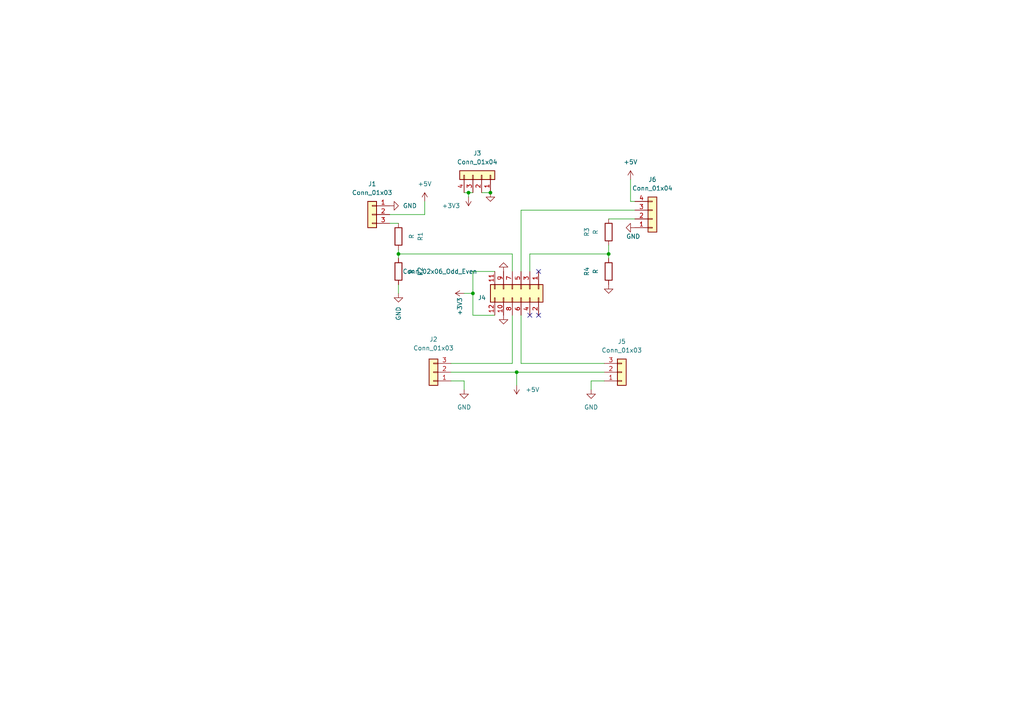
<source format=kicad_sch>
(kicad_sch (version 20211123) (generator eeschema)
  (paper "A4")
  (lib_symbols
    (symbol "Connector_Generic:Conn_01x03" (pin_names (offset 1.016) hide)
      (property "Reference" "J" (at 0 5.08 0))
      (property "Value" "Conn_01x03" (at 0 -5.08 0))
      (symbol "Conn_01x03_1_1"
        (rectangle (start -1.27 -2.413) (end 0 -2.667) (stroke (width 0.1524)))
        (rectangle (start -1.27 0.127) (end 0 -0.127) (stroke (width 0.1524)))
        (rectangle (start -1.27 2.667) (end 0 2.413) (stroke (width 0.1524)))
        (rectangle (start -1.27 3.81) (end 1.27 -3.81) (stroke (width 0.254)) (fill (type background)))
        (pin passive line (at -5.08 2.54 0) (length 3.81) (name "Pin_1") (number "1"))
        (pin passive line (at -5.08 0 0) (length 3.81) (name "Pin_2") (number "2"))
        (pin passive line (at -5.08 -2.54 0) (length 3.81) (name "Pin_3") (number "3"))
      )
    )
    (symbol "Connector_Generic:Conn_01x04" (pin_names (offset 1.016) hide)
      (property "Reference" "J" (at 0 5.08 0))
      (property "Value" "Conn_01x04" (at 0 -7.62 0))
      (symbol "Conn_01x04_1_1"
        (rectangle (start -1.27 -4.953) (end 0 -5.207) (stroke (width 0.1524)))
        (rectangle (start -1.27 -2.413) (end 0 -2.667) (stroke (width 0.1524)))
        (rectangle (start -1.27 0.127) (end 0 -0.127) (stroke (width 0.1524)))
        (rectangle (start -1.27 2.667) (end 0 2.413) (stroke (width 0.1524)))
        (rectangle (start -1.27 3.81) (end 1.27 -6.35) (stroke (width 0.254)) (fill (type background)))
        (pin passive line (at -5.08 2.54 0) (length 3.81) (name "Pin_1") (number "1"))
        (pin passive line (at -5.08 0 0) (length 3.81) (name "Pin_2") (number "2"))
        (pin passive line (at -5.08 -2.54 0) (length 3.81) (name "Pin_3") (number "3"))
        (pin passive line (at -5.08 -5.08 0) (length 3.81) (name "Pin_4") (number "4"))
      )
    )
    (symbol "Connector_Generic:Conn_02x06_Odd_Even" (pin_names (offset 1.016) hide)
      (property "Reference" "J" (at 1.27 7.62 0))
      (property "Value" "Conn_02x06_Odd_Even" (at 1.27 -10.16 0))
      (symbol "Conn_02x06_Odd_Even_1_1"
        (rectangle (start -1.27 -7.493) (end 0 -7.747) (stroke (width 0.1524)))
        (rectangle (start -1.27 -4.953) (end 0 -5.207) (stroke (width 0.1524)))
        (rectangle (start -1.27 -2.413) (end 0 -2.667) (stroke (width 0.1524)))
        (rectangle (start -1.27 0.127) (end 0 -0.127) (stroke (width 0.1524)))
        (rectangle (start -1.27 2.667) (end 0 2.413) (stroke (width 0.1524)))
        (rectangle (start -1.27 5.207) (end 0 4.953) (stroke (width 0.1524)))
        (rectangle (start -1.27 6.35) (end 3.81 -8.89) (stroke (width 0.254)) (fill (type background)))
        (rectangle (start 3.81 -7.493) (end 2.54 -7.747) (stroke (width 0.1524)))
        (rectangle (start 3.81 -4.953) (end 2.54 -5.207) (stroke (width 0.1524)))
        (rectangle (start 3.81 -2.413) (end 2.54 -2.667) (stroke (width 0.1524)))
        (rectangle (start 3.81 0.127) (end 2.54 -0.127) (stroke (width 0.1524)))
        (rectangle (start 3.81 2.667) (end 2.54 2.413) (stroke (width 0.1524)))
        (rectangle (start 3.81 5.207) (end 2.54 4.953) (stroke (width 0.1524)))
        (pin passive line (at -5.08 5.08 0) (length 3.81) (name "Pin_1") (number "1"))
        (pin passive line (at 7.62 -5.08 180) (length 3.81) (name "Pin_10") (number "10"))
        (pin passive line (at -5.08 -7.62 0) (length 3.81) (name "Pin_11") (number "11"))
        (pin passive line (at 7.62 -7.62 180) (length 3.81) (name "Pin_12") (number "12"))
        (pin passive line (at 7.62 5.08 180) (length 3.81) (name "Pin_2") (number "2"))
        (pin passive line (at -5.08 2.54 0) (length 3.81) (name "Pin_3") (number "3"))
        (pin passive line (at 7.62 2.54 180) (length 3.81) (name "Pin_4") (number "4"))
        (pin passive line (at -5.08 0 0) (length 3.81) (name "Pin_5") (number "5"))
        (pin passive line (at 7.62 0 180) (length 3.81) (name "Pin_6") (number "6"))
        (pin passive line (at -5.08 -2.54 0) (length 3.81) (name "Pin_7") (number "7"))
        (pin passive line (at 7.62 -2.54 180) (length 3.81) (name "Pin_8") (number "8"))
        (pin passive line (at -5.08 -5.08 0) (length 3.81) (name "Pin_9") (number "9"))
      )
    )
    (symbol "Device:R" (pin_numbers hide) (pin_names (offset 0))
      (property "Reference" "R" (at 2.032 0 90))
      (property "Value" "R" (at 0 0 90))
      (symbol "R_0_1"
        (rectangle (start -1.016 -2.54) (end 1.016 2.54) (stroke (width 0.254)))
      )
      (symbol "R_1_1"
        (pin passive line (at 0 3.81 270) (length 1.27) (name "~") (number "1"))
        (pin passive line (at 0 -3.81 90) (length 1.27) (name "~") (number "2"))
      )
    )
    (symbol "power:+3V3" (power) (pin_names (offset 0))
      (property "Value" "+3V3" (at 0 3.556 0))
      (symbol "+3V3_0_1"
        (polyline (pts (xy -0.762 1.27) (xy 0 2.54)))
        (polyline (pts (xy 0 0) (xy 0 2.54)))
        (polyline (pts (xy 0 2.54) (xy 0.762 1.27)))
      )
      (symbol "+3V3_1_1"
        (pin power_in line (at 0 0 90) (length 0) hide (name "+3V3") (number "1"))
      )
    )
    (symbol "power:+5V" (power) (pin_names (offset 0))
      (property "Value" "+5V" (at 0 3.556 0))
      (symbol "+5V_0_1"
        (polyline (pts (xy -0.762 1.27) (xy 0 2.54)))
        (polyline (pts (xy 0 0) (xy 0 2.54)))
        (polyline (pts (xy 0 2.54) (xy 0.762 1.27)))
      )
      (symbol "+5V_1_1"
        (pin power_in line (at 0 0 90) (length 0) hide (name "+5V") (number "1"))
      )
    )
    (symbol "power:GND" (power) (pin_names (offset 0))
      (property "Value" "GND" (at 0 -3.81 0))
      (symbol "GND_0_1"
        (polyline (pts (xy 0 0) (xy 0 -1.27) (xy 1.27 -1.27) (xy 0 -2.54) (xy -1.27 -1.27) (xy 0 -1.27)))
      )
      (symbol "GND_1_1"
        (pin power_in line (at 0 0 270) (length 0) hide (name "GND") (number "1"))
      )
    )
  )
  (junction (at 142.24 55.88))
  (junction (at 176.53 73.66))
  (junction (at 135.89 55.88))
  (junction (at 137.16 85.09))
  (junction (at 115.57 73.66))
  (junction (at 149.86 107.95))
  (no_connect (at 156.21 78.74))
  (no_connect (at 153.67 91.44))
  (no_connect (at 156.21 91.44))
  (wire (pts (xy 115.57 73.66) (xy 115.57 74.93)))
  (wire (pts (xy 176.53 73.66) (xy 176.53 71.12)))
  (wire (pts (xy 151.13 105.41) (xy 151.13 91.44)))
  (wire (pts (xy 176.53 74.93) (xy 176.53 73.66)))
  (wire (pts (xy 130.81 107.95) (xy 149.86 107.95)))
  (wire (pts (xy 149.86 107.95) (xy 149.86 111.76)))
  (wire (pts (xy 143.51 91.44) (xy 137.16 91.44)))
  (wire (pts (xy 115.57 72.39) (xy 115.57 73.66)))
  (wire (pts (xy 115.57 85.09) (xy 115.57 82.55)))
  (wire (pts (xy 184.15 60.96) (xy 151.13 60.96)))
  (wire (pts (xy 171.45 110.49) (xy 171.45 113.03)))
  (wire (pts (xy 123.19 58.42) (xy 123.19 62.23)))
  (wire (pts (xy 149.86 107.95) (xy 175.26 107.95)))
  (wire (pts (xy 139.7 55.88) (xy 142.24 55.88)))
  (wire (pts (xy 130.81 105.41) (xy 148.59 105.41)))
  (wire (pts (xy 153.67 78.74) (xy 153.67 73.66)))
  (wire (pts (xy 148.59 73.66) (xy 148.59 78.74)))
  (wire (pts (xy 113.03 62.23) (xy 123.19 62.23)))
  (wire (pts (xy 134.62 110.49) (xy 134.62 113.03)))
  (wire (pts (xy 135.89 55.88) (xy 135.89 57.15)))
  (wire (pts (xy 134.62 85.09) (xy 137.16 85.09)))
  (wire (pts (xy 130.81 110.49) (xy 134.62 110.49)))
  (wire (pts (xy 115.57 73.66) (xy 148.59 73.66)))
  (wire (pts (xy 135.89 55.88) (xy 137.16 55.88)))
  (wire (pts (xy 137.16 78.74) (xy 137.16 85.09)))
  (wire (pts (xy 137.16 91.44) (xy 137.16 85.09)))
  (wire (pts (xy 113.03 64.77) (xy 115.57 64.77)))
  (wire (pts (xy 175.26 110.49) (xy 171.45 110.49)))
  (wire (pts (xy 143.51 78.74) (xy 137.16 78.74)))
  (wire (pts (xy 151.13 60.96) (xy 151.13 78.74)))
  (wire (pts (xy 184.15 58.42) (xy 182.88 58.42)))
  (wire (pts (xy 148.59 105.41) (xy 148.59 91.44)))
  (wire (pts (xy 176.53 63.5) (xy 184.15 63.5)))
  (wire (pts (xy 151.13 105.41) (xy 175.26 105.41)))
  (wire (pts (xy 134.62 55.88) (xy 135.89 55.88)))
  (wire (pts (xy 182.88 58.42) (xy 182.88 52.07)))
  (wire (pts (xy 153.67 73.66) (xy 176.53 73.66)))
  (symbol (lib_id "power:+5V") (at 182.88 52.07 0) (unit 1)
    (property "Reference" "#PWR0102" (effects hide))
    (property "Value" "+5V" (at 182.88 46.99 0))
  )
  (symbol (lib_id "power:+3V3") (at 134.62 85.09 90) (unit 1)
    (property "Reference" "#PWR0109" (effects hide))
    (property "Value" "+3V3" (at 133.35 88.9 0))
  )
  (symbol (lib_id "power:GND") (at 171.45 113.03 0) (unit 1)
    (property "Reference" "#PWR0105" (effects hide))
    (property "Value" "GND" (at 171.45 118.11 0))
  )
  (symbol (lib_id "Connector_Generic:Conn_01x03") (at 107.95 62.23 0) (mirror y) (unit 1)
    (property "Reference" "J1" (at 107.95 53.34 0))
    (property "Value" "Conn_01x03" (at 107.95 55.88 0))
    (property "Footprint" "Connector_PinHeader_2.54mm:PinHeader_1x03_P2.54mm_Horizontal" (effects hide))
  )
  (symbol (lib_id "Device:R") (at 176.53 78.74 180) (unit 1)
    (property "Reference" "R4" (at 170.18 78.74 90))
    (property "Value" "R" (at 172.72 78.74 90))
    (property "Footprint" "Resistor_SMD:R_0805_2012Metric_Pad1.20x1.40mm_HandSolder" (effects hide))
  )
  (symbol (lib_id "power:+5V") (at 123.19 58.42 0) (unit 1)
    (property "Reference" "#PWR0112" (effects hide))
    (property "Value" "+5V" (at 123.19 53.34 0))
  )
  (symbol (lib_id "power:GND") (at 146.05 78.74 180) (unit 1)
    (property "Reference" "#PWR0113" (effects hide))
    (property "Value" "GND" (effects hide))
  )
  (symbol (lib_id "power:GND") (at 115.57 85.09 0) (unit 1)
    (property "Reference" "#PWR0114" (effects hide))
    (property "Value" "GND" (at 115.5701 88.9 90) (effects (justify right)))
  )
  (symbol (lib_id "Device:R") (at 115.57 68.58 0) (unit 1)
    (property "Reference" "R1" (at 121.92 68.58 90))
    (property "Value" "R" (at 119.38 68.58 90))
    (property "Footprint" "Resistor_SMD:R_0805_2012Metric_Pad1.20x1.40mm_HandSolder" (effects hide))
  )
  (symbol (lib_id "power:GND") (at 146.05 91.44 0) (unit 1)
    (property "Reference" "#PWR0110" (effects hide))
    (property "Value" "GND" (effects hide))
  )
  (symbol (lib_id "power:+3V3") (at 135.89 57.15 180) (unit 1)
    (property "Reference" "#PWR0111" (effects hide))
    (property "Value" "+3V3" (at 130.81 59.69 0))
  )
  (symbol (lib_id "Connector_Generic:Conn_01x04") (at 189.23 63.5 0) (mirror x) (unit 1)
    (property "Reference" "J6" (at 189.23 52.07 0))
    (property "Value" "Conn_01x04" (at 189.23 54.61 0))
    (property "Footprint" "Connector_PinHeader_2.54mm:PinHeader_1x04_P2.54mm_Horizontal" (effects hide))
  )
  (symbol (lib_id "Device:R") (at 176.53 67.31 180) (unit 1)
    (property "Reference" "R3" (at 170.18 67.31 90))
    (property "Value" "R" (at 172.72 67.31 90))
    (property "Footprint" "Resistor_SMD:R_0805_2012Metric_Pad1.20x1.40mm_HandSolder" (effects hide))
  )
  (symbol (lib_id "Device:R") (at 115.57 78.74 0) (unit 1)
    (property "Reference" "R2" (at 121.92 78.74 90))
    (property "Value" "R" (at 119.38 78.74 90))
    (property "Footprint" "Resistor_SMD:R_0805_2012Metric_Pad1.20x1.40mm_HandSolder" (effects hide))
  )
  (symbol (lib_id "power:GND") (at 142.24 55.88 0) (unit 1)
    (property "Reference" "#PWR0107" (effects hide))
    (property "Value" "GND" (effects hide))
  )
  (symbol (lib_id "power:+5V") (at 149.86 111.76 180) (unit 1)
    (property "Reference" "#PWR0104" (effects hide))
    (property "Value" "+5V" (at 152.4 113.0299 0) (effects (justify right)))
  )
  (symbol (lib_id "power:GND") (at 176.53 82.55 0) (unit 1)
    (property "Reference" "#PWR0103" (effects hide))
    (property "Value" "GND" (effects hide))
  )
  (symbol (lib_id "power:GND") (at 113.03 59.69 90) (unit 1)
    (property "Reference" "#PWR0108" (effects hide))
    (property "Value" "GND" (at 116.84 59.6899 90) (effects (justify right)))
  )
  (symbol (lib_id "Connector_Generic:Conn_01x03") (at 125.73 107.95 180) (unit 1)
    (property "Reference" "J2" (at 125.73 98.425 0))
    (property "Value" "Conn_01x03" (at 125.73 100.965 0))
    (property "Footprint" "Connector_PinHeader_2.54mm:PinHeader_1x03_P2.54mm_Horizontal" (effects hide))
  )
  (symbol (lib_id "power:GND") (at 134.62 113.03 0) (unit 1)
    (property "Reference" "#PWR0106" (effects hide))
    (property "Value" "GND" (at 134.62 118.11 0))
  )
  (symbol (lib_id "Connector_Generic:Conn_01x04") (at 139.7 50.8 270) (mirror x) (unit 1)
    (property "Reference" "J3" (at 138.43 44.45 90))
    (property "Value" "Conn_01x04" (at 138.43 46.99 90))
    (property "Footprint" "Connector_PinHeader_2.54mm:PinHeader_1x04_P2.54mm_Horizontal" (effects hide))
  )
  (symbol (lib_id "Connector_Generic:Conn_01x03") (at 180.34 107.95 0) (mirror x) (unit 1)
    (property "Reference" "J5" (at 180.34 99.06 0))
    (property "Value" "Conn_01x03" (at 180.34 101.6 0))
    (property "Footprint" "Connector_PinHeader_2.54mm:PinHeader_1x03_P2.54mm_Horizontal" (effects hide))
  )
  (symbol (lib_id "power:GND") (at 184.15 66.04 270) (unit 1)
    (property "Reference" "#PWR0101" (effects hide))
    (property "Value" "GND" (at 181.61 68.58 90) (effects (justify left)))
  )
  (symbol (lib_id "Connector_Generic:Conn_02x06_Odd_Even") (at 151.13 83.82 270) (unit 1)
    (property "Reference" "J4" (at 140.97 86.3601 90) (effects (justify right)))
    (property "Value" "Conn_02x06_Odd_Even" (at 138.43 78.74 90) (effects (justify right)))
    (property "Footprint" "Connector_PinHeader_2.54mm:PinHeader_2x06_P2.54mm_Vertical" (effects hide))
  )
)
</source>
